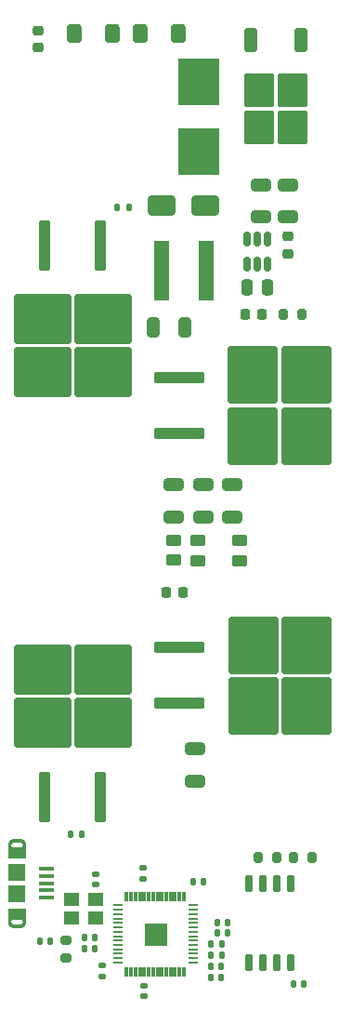
<source format=gtp>
G04 #@! TF.GenerationSoftware,KiCad,Pcbnew,8.0.5*
G04 #@! TF.CreationDate,2024-12-11T09:51:45-08:00*
G04 #@! TF.ProjectId,OpenPEMF_Final,4f70656e-5045-44d4-965f-46696e616c2e,rev?*
G04 #@! TF.SameCoordinates,Original*
G04 #@! TF.FileFunction,Paste,Top*
G04 #@! TF.FilePolarity,Positive*
%FSLAX46Y46*%
G04 Gerber Fmt 4.6, Leading zero omitted, Abs format (unit mm)*
G04 Created by KiCad (PCBNEW 8.0.5) date 2024-12-11 09:51:45*
%MOMM*%
%LPD*%
G01*
G04 APERTURE LIST*
G04 Aperture macros list*
%AMRoundRect*
0 Rectangle with rounded corners*
0 $1 Rounding radius*
0 $2 $3 $4 $5 $6 $7 $8 $9 X,Y pos of 4 corners*
0 Add a 4 corners polygon primitive as box body*
4,1,4,$2,$3,$4,$5,$6,$7,$8,$9,$2,$3,0*
0 Add four circle primitives for the rounded corners*
1,1,$1+$1,$2,$3*
1,1,$1+$1,$4,$5*
1,1,$1+$1,$6,$7*
1,1,$1+$1,$8,$9*
0 Add four rect primitives between the rounded corners*
20,1,$1+$1,$2,$3,$4,$5,0*
20,1,$1+$1,$4,$5,$6,$7,0*
20,1,$1+$1,$6,$7,$8,$9,0*
20,1,$1+$1,$8,$9,$2,$3,0*%
G04 Aperture macros list end*
%ADD10C,0.010000*%
%ADD11C,0.000100*%
%ADD12RoundRect,0.140000X0.140000X0.170000X-0.140000X0.170000X-0.140000X-0.170000X0.140000X-0.170000X0*%
%ADD13RoundRect,0.150000X-0.150000X0.650000X-0.150000X-0.650000X0.150000X-0.650000X0.150000X0.650000X0*%
%ADD14RoundRect,0.140000X-0.140000X-0.170000X0.140000X-0.170000X0.140000X0.170000X-0.140000X0.170000X0*%
%ADD15RoundRect,0.250000X0.250000X0.475000X-0.250000X0.475000X-0.250000X-0.475000X0.250000X-0.475000X0*%
%ADD16RoundRect,0.225000X-0.225000X-0.250000X0.225000X-0.250000X0.225000X0.250000X-0.225000X0.250000X0*%
%ADD17RoundRect,0.135000X0.135000X0.185000X-0.135000X0.185000X-0.135000X-0.185000X0.135000X-0.185000X0*%
%ADD18RoundRect,0.225000X-0.250000X0.225000X-0.250000X-0.225000X0.250000X-0.225000X0.250000X0.225000X0*%
%ADD19RoundRect,0.250000X-0.325000X-0.650000X0.325000X-0.650000X0.325000X0.650000X-0.325000X0.650000X0*%
%ADD20RoundRect,0.250000X0.300000X-2.050000X0.300000X2.050000X-0.300000X2.050000X-0.300000X-2.050000X0*%
%ADD21RoundRect,0.250000X2.375000X-2.025000X2.375000X2.025000X-2.375000X2.025000X-2.375000X-2.025000X0*%
%ADD22RoundRect,0.140000X-0.170000X0.140000X-0.170000X-0.140000X0.170000X-0.140000X0.170000X0.140000X0*%
%ADD23RoundRect,0.200000X-0.200000X-0.275000X0.200000X-0.275000X0.200000X0.275000X-0.200000X0.275000X0*%
%ADD24RoundRect,0.250000X-0.650000X0.325000X-0.650000X-0.325000X0.650000X-0.325000X0.650000X0.325000X0*%
%ADD25RoundRect,0.250000X0.650000X-0.325000X0.650000X0.325000X-0.650000X0.325000X-0.650000X-0.325000X0*%
%ADD26RoundRect,0.250000X0.400000X0.600000X-0.400000X0.600000X-0.400000X-0.600000X0.400000X-0.600000X0*%
%ADD27RoundRect,0.250000X-2.050000X-0.300000X2.050000X-0.300000X2.050000X0.300000X-2.050000X0.300000X0*%
%ADD28RoundRect,0.250000X-2.025000X-2.375000X2.025000X-2.375000X2.025000X2.375000X-2.025000X2.375000X0*%
%ADD29RoundRect,0.006000X-0.094000X0.414000X-0.094000X-0.414000X0.094000X-0.414000X0.094000X0.414000X0*%
%ADD30RoundRect,0.020000X-0.400000X0.080000X-0.400000X-0.080000X0.400000X-0.080000X0.400000X0.080000X0*%
%ADD31R,1.430000X5.500000*%
%ADD32RoundRect,0.200000X0.275000X-0.200000X0.275000X0.200000X-0.275000X0.200000X-0.275000X-0.200000X0*%
%ADD33R,1.350000X0.400000*%
%ADD34R,1.550000X1.500000*%
%ADD35RoundRect,0.135000X-0.135000X-0.185000X0.135000X-0.185000X0.135000X0.185000X-0.135000X0.185000X0*%
%ADD36RoundRect,0.250000X-0.300000X2.050000X-0.300000X-2.050000X0.300000X-2.050000X0.300000X2.050000X0*%
%ADD37RoundRect,0.250000X-2.375000X2.025000X-2.375000X-2.025000X2.375000X-2.025000X2.375000X2.025000X0*%
%ADD38RoundRect,0.250000X-0.450000X0.262500X-0.450000X-0.262500X0.450000X-0.262500X0.450000X0.262500X0*%
%ADD39RoundRect,0.140000X0.170000X-0.140000X0.170000X0.140000X-0.170000X0.140000X-0.170000X-0.140000X0*%
%ADD40R,1.400000X1.200000*%
%ADD41RoundRect,0.250000X-0.350000X0.850000X-0.350000X-0.850000X0.350000X-0.850000X0.350000X0.850000X0*%
%ADD42RoundRect,0.250000X-1.125000X1.275000X-1.125000X-1.275000X1.125000X-1.275000X1.125000X1.275000X0*%
%ADD43RoundRect,0.150000X0.150000X-0.512500X0.150000X0.512500X-0.150000X0.512500X-0.150000X-0.512500X0*%
%ADD44RoundRect,0.250000X1.000000X0.650000X-1.000000X0.650000X-1.000000X-0.650000X1.000000X-0.650000X0*%
%ADD45R,3.810000X4.240000*%
G04 APERTURE END LIST*
D10*
X119125000Y-137110000D02*
X117165000Y-137110000D01*
X117165000Y-135150000D01*
X119125000Y-135150000D01*
X119125000Y-137110000D01*
G36*
X119125000Y-137110000D02*
G01*
X117165000Y-137110000D01*
X117165000Y-135150000D01*
X119125000Y-135150000D01*
X119125000Y-137110000D01*
G37*
D11*
X104733700Y-135000400D02*
X104903700Y-135000400D01*
X106273700Y-128000400D02*
X106103700Y-128000400D01*
X106278700Y-135000400D02*
X106078700Y-135000400D01*
X106078700Y-134987400D01*
X106077700Y-134974400D01*
X106075700Y-134961400D01*
X106073700Y-134948400D01*
X106069700Y-134935400D01*
X106066700Y-134923400D01*
X106061700Y-134910400D01*
X106056700Y-134898400D01*
X106051700Y-134887400D01*
X106045700Y-134875400D01*
X106038700Y-134864400D01*
X106030700Y-134853400D01*
X106022700Y-134843400D01*
X106014700Y-134833400D01*
X106005700Y-134823400D01*
X105995700Y-134814400D01*
X105985700Y-134806400D01*
X105975700Y-134798400D01*
X105964700Y-134790400D01*
X105953700Y-134783400D01*
X105941700Y-134777400D01*
X105930700Y-134772400D01*
X105918700Y-134767400D01*
X105905700Y-134762400D01*
X105893700Y-134759400D01*
X105880700Y-134755400D01*
X105867700Y-134753400D01*
X105854700Y-134751400D01*
X105841700Y-134750400D01*
X105828700Y-134750400D01*
X105178700Y-134750400D01*
X105165700Y-134750400D01*
X105152700Y-134751400D01*
X105139700Y-134753400D01*
X105126700Y-134755400D01*
X105113700Y-134759400D01*
X105101700Y-134762400D01*
X105088700Y-134767400D01*
X105076700Y-134772400D01*
X105065700Y-134777400D01*
X105053700Y-134783400D01*
X105042700Y-134790400D01*
X105031700Y-134798400D01*
X105021700Y-134806400D01*
X105011700Y-134814400D01*
X105001700Y-134823400D01*
X104992700Y-134833400D01*
X104984700Y-134843400D01*
X104976700Y-134853400D01*
X104968700Y-134864400D01*
X104961700Y-134875400D01*
X104955700Y-134887400D01*
X104950700Y-134898400D01*
X104945700Y-134910400D01*
X104940700Y-134923400D01*
X104937700Y-134935400D01*
X104933700Y-134948400D01*
X104931700Y-134961400D01*
X104929700Y-134974400D01*
X104928700Y-134987400D01*
X104928700Y-135000400D01*
X104728700Y-135000400D01*
X104728700Y-133800400D01*
X106278700Y-133800400D01*
X106278700Y-135000400D01*
G36*
X106278700Y-135000400D02*
G01*
X106078700Y-135000400D01*
X106078700Y-134987400D01*
X106077700Y-134974400D01*
X106075700Y-134961400D01*
X106073700Y-134948400D01*
X106069700Y-134935400D01*
X106066700Y-134923400D01*
X106061700Y-134910400D01*
X106056700Y-134898400D01*
X106051700Y-134887400D01*
X106045700Y-134875400D01*
X106038700Y-134864400D01*
X106030700Y-134853400D01*
X106022700Y-134843400D01*
X106014700Y-134833400D01*
X106005700Y-134823400D01*
X105995700Y-134814400D01*
X105985700Y-134806400D01*
X105975700Y-134798400D01*
X105964700Y-134790400D01*
X105953700Y-134783400D01*
X105941700Y-134777400D01*
X105930700Y-134772400D01*
X105918700Y-134767400D01*
X105905700Y-134762400D01*
X105893700Y-134759400D01*
X105880700Y-134755400D01*
X105867700Y-134753400D01*
X105854700Y-134751400D01*
X105841700Y-134750400D01*
X105828700Y-134750400D01*
X105178700Y-134750400D01*
X105165700Y-134750400D01*
X105152700Y-134751400D01*
X105139700Y-134753400D01*
X105126700Y-134755400D01*
X105113700Y-134759400D01*
X105101700Y-134762400D01*
X105088700Y-134767400D01*
X105076700Y-134772400D01*
X105065700Y-134777400D01*
X105053700Y-134783400D01*
X105042700Y-134790400D01*
X105031700Y-134798400D01*
X105021700Y-134806400D01*
X105011700Y-134814400D01*
X105001700Y-134823400D01*
X104992700Y-134833400D01*
X104984700Y-134843400D01*
X104976700Y-134853400D01*
X104968700Y-134864400D01*
X104961700Y-134875400D01*
X104955700Y-134887400D01*
X104950700Y-134898400D01*
X104945700Y-134910400D01*
X104940700Y-134923400D01*
X104937700Y-134935400D01*
X104933700Y-134948400D01*
X104931700Y-134961400D01*
X104929700Y-134974400D01*
X104928700Y-134987400D01*
X104928700Y-135000400D01*
X104728700Y-135000400D01*
X104728700Y-133800400D01*
X106278700Y-133800400D01*
X106278700Y-135000400D01*
G37*
X104928700Y-128013400D02*
X104929700Y-128026400D01*
X104931700Y-128039400D01*
X104933700Y-128052400D01*
X104937700Y-128065400D01*
X104940700Y-128077400D01*
X104945700Y-128090400D01*
X104950700Y-128102400D01*
X104955700Y-128113400D01*
X104961700Y-128125400D01*
X104968700Y-128136400D01*
X104976700Y-128147400D01*
X104984700Y-128157400D01*
X104992700Y-128167400D01*
X105001700Y-128177400D01*
X105011700Y-128186400D01*
X105021700Y-128194400D01*
X105031700Y-128202400D01*
X105042700Y-128210400D01*
X105053700Y-128217400D01*
X105065700Y-128223400D01*
X105076700Y-128228400D01*
X105088700Y-128233400D01*
X105101700Y-128238400D01*
X105113700Y-128241400D01*
X105126700Y-128245400D01*
X105139700Y-128247400D01*
X105152700Y-128249400D01*
X105165700Y-128250400D01*
X105178700Y-128250400D01*
X105828700Y-128250400D01*
X105841700Y-128250400D01*
X105854700Y-128249400D01*
X105867700Y-128247400D01*
X105880700Y-128245400D01*
X105893700Y-128241400D01*
X105905700Y-128238400D01*
X105918700Y-128233400D01*
X105930700Y-128228400D01*
X105941700Y-128223400D01*
X105953700Y-128217400D01*
X105964700Y-128210400D01*
X105975700Y-128202400D01*
X105985700Y-128194400D01*
X105995700Y-128186400D01*
X106005700Y-128177400D01*
X106014700Y-128167400D01*
X106022700Y-128157400D01*
X106030700Y-128147400D01*
X106038700Y-128136400D01*
X106045700Y-128125400D01*
X106051700Y-128113400D01*
X106056700Y-128102400D01*
X106061700Y-128090400D01*
X106066700Y-128077400D01*
X106069700Y-128065400D01*
X106073700Y-128052400D01*
X106075700Y-128039400D01*
X106077700Y-128026400D01*
X106078700Y-128013400D01*
X106078700Y-128000400D01*
X106278700Y-128000400D01*
X106278700Y-129200400D01*
X104728700Y-129200400D01*
X104728700Y-128000400D01*
X104928700Y-128000400D01*
X104928700Y-128013400D01*
G36*
X104928700Y-128013400D02*
G01*
X104929700Y-128026400D01*
X104931700Y-128039400D01*
X104933700Y-128052400D01*
X104937700Y-128065400D01*
X104940700Y-128077400D01*
X104945700Y-128090400D01*
X104950700Y-128102400D01*
X104955700Y-128113400D01*
X104961700Y-128125400D01*
X104968700Y-128136400D01*
X104976700Y-128147400D01*
X104984700Y-128157400D01*
X104992700Y-128167400D01*
X105001700Y-128177400D01*
X105011700Y-128186400D01*
X105021700Y-128194400D01*
X105031700Y-128202400D01*
X105042700Y-128210400D01*
X105053700Y-128217400D01*
X105065700Y-128223400D01*
X105076700Y-128228400D01*
X105088700Y-128233400D01*
X105101700Y-128238400D01*
X105113700Y-128241400D01*
X105126700Y-128245400D01*
X105139700Y-128247400D01*
X105152700Y-128249400D01*
X105165700Y-128250400D01*
X105178700Y-128250400D01*
X105828700Y-128250400D01*
X105841700Y-128250400D01*
X105854700Y-128249400D01*
X105867700Y-128247400D01*
X105880700Y-128245400D01*
X105893700Y-128241400D01*
X105905700Y-128238400D01*
X105918700Y-128233400D01*
X105930700Y-128228400D01*
X105941700Y-128223400D01*
X105953700Y-128217400D01*
X105964700Y-128210400D01*
X105975700Y-128202400D01*
X105985700Y-128194400D01*
X105995700Y-128186400D01*
X106005700Y-128177400D01*
X106014700Y-128167400D01*
X106022700Y-128157400D01*
X106030700Y-128147400D01*
X106038700Y-128136400D01*
X106045700Y-128125400D01*
X106051700Y-128113400D01*
X106056700Y-128102400D01*
X106061700Y-128090400D01*
X106066700Y-128077400D01*
X106069700Y-128065400D01*
X106073700Y-128052400D01*
X106075700Y-128039400D01*
X106077700Y-128026400D01*
X106078700Y-128013400D01*
X106078700Y-128000400D01*
X106278700Y-128000400D01*
X106278700Y-129200400D01*
X104728700Y-129200400D01*
X104728700Y-128000400D01*
X104928700Y-128000400D01*
X104928700Y-128013400D01*
G37*
X104928700Y-135013400D02*
X104929700Y-135026400D01*
X104931700Y-135039400D01*
X104933700Y-135052400D01*
X104937700Y-135065400D01*
X104940700Y-135077400D01*
X104945700Y-135090400D01*
X104950700Y-135102400D01*
X104955700Y-135113400D01*
X104961700Y-135125400D01*
X104968700Y-135136400D01*
X104976700Y-135147400D01*
X104984700Y-135157400D01*
X104992700Y-135167400D01*
X105001700Y-135177400D01*
X105011700Y-135186400D01*
X105021700Y-135194400D01*
X105031700Y-135202400D01*
X105042700Y-135210400D01*
X105053700Y-135217400D01*
X105065700Y-135223400D01*
X105076700Y-135228400D01*
X105088700Y-135233400D01*
X105101700Y-135238400D01*
X105113700Y-135241400D01*
X105126700Y-135245400D01*
X105139700Y-135247400D01*
X105152700Y-135249400D01*
X105165700Y-135250400D01*
X105178700Y-135250400D01*
X105828700Y-135250400D01*
X105841700Y-135250400D01*
X105854700Y-135249400D01*
X105867700Y-135247400D01*
X105880700Y-135245400D01*
X105893700Y-135241400D01*
X105905700Y-135238400D01*
X105918700Y-135233400D01*
X105930700Y-135228400D01*
X105941700Y-135223400D01*
X105953700Y-135217400D01*
X105964700Y-135210400D01*
X105975700Y-135202400D01*
X105985700Y-135194400D01*
X105995700Y-135186400D01*
X106005700Y-135177400D01*
X106014700Y-135167400D01*
X106022700Y-135157400D01*
X106030700Y-135147400D01*
X106038700Y-135136400D01*
X106045700Y-135125400D01*
X106051700Y-135113400D01*
X106056700Y-135102400D01*
X106061700Y-135090400D01*
X106066700Y-135077400D01*
X106069700Y-135065400D01*
X106073700Y-135052400D01*
X106075700Y-135039400D01*
X106077700Y-135026400D01*
X106078700Y-135013400D01*
X106078700Y-135000400D01*
X106278700Y-135000400D01*
X106277700Y-135026400D01*
X106275700Y-135052400D01*
X106272700Y-135078400D01*
X106267700Y-135104400D01*
X106261700Y-135129400D01*
X106254700Y-135155400D01*
X106245700Y-135179400D01*
X106235700Y-135203400D01*
X106224700Y-135227400D01*
X106211700Y-135250400D01*
X106197700Y-135272400D01*
X106183700Y-135294400D01*
X106167700Y-135315400D01*
X106150700Y-135335400D01*
X106132700Y-135354400D01*
X106113700Y-135372400D01*
X106093700Y-135389400D01*
X106072700Y-135405400D01*
X106050700Y-135419400D01*
X106028700Y-135433400D01*
X106005700Y-135446400D01*
X105981700Y-135457400D01*
X105957700Y-135467400D01*
X105933700Y-135476400D01*
X105907700Y-135483400D01*
X105882700Y-135489400D01*
X105856700Y-135494400D01*
X105830700Y-135497400D01*
X105804700Y-135499400D01*
X105778700Y-135500400D01*
X105228700Y-135500400D01*
X105202700Y-135499400D01*
X105176700Y-135497400D01*
X105150700Y-135494400D01*
X105124700Y-135489400D01*
X105099700Y-135483400D01*
X105073700Y-135476400D01*
X105049700Y-135467400D01*
X105025700Y-135457400D01*
X105001700Y-135446400D01*
X104978700Y-135433400D01*
X104956700Y-135419400D01*
X104934700Y-135405400D01*
X104913700Y-135389400D01*
X104893700Y-135372400D01*
X104874700Y-135354400D01*
X104856700Y-135335400D01*
X104839700Y-135315400D01*
X104823700Y-135294400D01*
X104809700Y-135272400D01*
X104795700Y-135250400D01*
X104782700Y-135227400D01*
X104771700Y-135203400D01*
X104761700Y-135179400D01*
X104752700Y-135155400D01*
X104745700Y-135129400D01*
X104739700Y-135104400D01*
X104734700Y-135078400D01*
X104731700Y-135052400D01*
X104729700Y-135026400D01*
X104728700Y-135000400D01*
X104928700Y-135000400D01*
X104928700Y-135013400D01*
G36*
X104928700Y-135013400D02*
G01*
X104929700Y-135026400D01*
X104931700Y-135039400D01*
X104933700Y-135052400D01*
X104937700Y-135065400D01*
X104940700Y-135077400D01*
X104945700Y-135090400D01*
X104950700Y-135102400D01*
X104955700Y-135113400D01*
X104961700Y-135125400D01*
X104968700Y-135136400D01*
X104976700Y-135147400D01*
X104984700Y-135157400D01*
X104992700Y-135167400D01*
X105001700Y-135177400D01*
X105011700Y-135186400D01*
X105021700Y-135194400D01*
X105031700Y-135202400D01*
X105042700Y-135210400D01*
X105053700Y-135217400D01*
X105065700Y-135223400D01*
X105076700Y-135228400D01*
X105088700Y-135233400D01*
X105101700Y-135238400D01*
X105113700Y-135241400D01*
X105126700Y-135245400D01*
X105139700Y-135247400D01*
X105152700Y-135249400D01*
X105165700Y-135250400D01*
X105178700Y-135250400D01*
X105828700Y-135250400D01*
X105841700Y-135250400D01*
X105854700Y-135249400D01*
X105867700Y-135247400D01*
X105880700Y-135245400D01*
X105893700Y-135241400D01*
X105905700Y-135238400D01*
X105918700Y-135233400D01*
X105930700Y-135228400D01*
X105941700Y-135223400D01*
X105953700Y-135217400D01*
X105964700Y-135210400D01*
X105975700Y-135202400D01*
X105985700Y-135194400D01*
X105995700Y-135186400D01*
X106005700Y-135177400D01*
X106014700Y-135167400D01*
X106022700Y-135157400D01*
X106030700Y-135147400D01*
X106038700Y-135136400D01*
X106045700Y-135125400D01*
X106051700Y-135113400D01*
X106056700Y-135102400D01*
X106061700Y-135090400D01*
X106066700Y-135077400D01*
X106069700Y-135065400D01*
X106073700Y-135052400D01*
X106075700Y-135039400D01*
X106077700Y-135026400D01*
X106078700Y-135013400D01*
X106078700Y-135000400D01*
X106278700Y-135000400D01*
X106277700Y-135026400D01*
X106275700Y-135052400D01*
X106272700Y-135078400D01*
X106267700Y-135104400D01*
X106261700Y-135129400D01*
X106254700Y-135155400D01*
X106245700Y-135179400D01*
X106235700Y-135203400D01*
X106224700Y-135227400D01*
X106211700Y-135250400D01*
X106197700Y-135272400D01*
X106183700Y-135294400D01*
X106167700Y-135315400D01*
X106150700Y-135335400D01*
X106132700Y-135354400D01*
X106113700Y-135372400D01*
X106093700Y-135389400D01*
X106072700Y-135405400D01*
X106050700Y-135419400D01*
X106028700Y-135433400D01*
X106005700Y-135446400D01*
X105981700Y-135457400D01*
X105957700Y-135467400D01*
X105933700Y-135476400D01*
X105907700Y-135483400D01*
X105882700Y-135489400D01*
X105856700Y-135494400D01*
X105830700Y-135497400D01*
X105804700Y-135499400D01*
X105778700Y-135500400D01*
X105228700Y-135500400D01*
X105202700Y-135499400D01*
X105176700Y-135497400D01*
X105150700Y-135494400D01*
X105124700Y-135489400D01*
X105099700Y-135483400D01*
X105073700Y-135476400D01*
X105049700Y-135467400D01*
X105025700Y-135457400D01*
X105001700Y-135446400D01*
X104978700Y-135433400D01*
X104956700Y-135419400D01*
X104934700Y-135405400D01*
X104913700Y-135389400D01*
X104893700Y-135372400D01*
X104874700Y-135354400D01*
X104856700Y-135335400D01*
X104839700Y-135315400D01*
X104823700Y-135294400D01*
X104809700Y-135272400D01*
X104795700Y-135250400D01*
X104782700Y-135227400D01*
X104771700Y-135203400D01*
X104761700Y-135179400D01*
X104752700Y-135155400D01*
X104745700Y-135129400D01*
X104739700Y-135104400D01*
X104734700Y-135078400D01*
X104731700Y-135052400D01*
X104729700Y-135026400D01*
X104728700Y-135000400D01*
X104928700Y-135000400D01*
X104928700Y-135013400D01*
G37*
X105804700Y-127501400D02*
X105830700Y-127503400D01*
X105856700Y-127506400D01*
X105882700Y-127511400D01*
X105907700Y-127517400D01*
X105933700Y-127524400D01*
X105957700Y-127533400D01*
X105981700Y-127543400D01*
X106005700Y-127554400D01*
X106028700Y-127567400D01*
X106050700Y-127581400D01*
X106072700Y-127595400D01*
X106093700Y-127611400D01*
X106113700Y-127628400D01*
X106132700Y-127646400D01*
X106150700Y-127665400D01*
X106167700Y-127685400D01*
X106183700Y-127706400D01*
X106197700Y-127728400D01*
X106211700Y-127750400D01*
X106224700Y-127773400D01*
X106235700Y-127797400D01*
X106245700Y-127821400D01*
X106254700Y-127845400D01*
X106261700Y-127871400D01*
X106267700Y-127896400D01*
X106272700Y-127922400D01*
X106275700Y-127948400D01*
X106277700Y-127974400D01*
X106278700Y-128000400D01*
X106078700Y-128000400D01*
X106078700Y-127987400D01*
X106077700Y-127974400D01*
X106075700Y-127961400D01*
X106073700Y-127948400D01*
X106069700Y-127935400D01*
X106066700Y-127923400D01*
X106061700Y-127910400D01*
X106056700Y-127898400D01*
X106051700Y-127887400D01*
X106045700Y-127875400D01*
X106038700Y-127864400D01*
X106030700Y-127853400D01*
X106022700Y-127843400D01*
X106014700Y-127833400D01*
X106005700Y-127823400D01*
X105995700Y-127814400D01*
X105985700Y-127806400D01*
X105975700Y-127798400D01*
X105964700Y-127790400D01*
X105953700Y-127783400D01*
X105941700Y-127777400D01*
X105930700Y-127772400D01*
X105918700Y-127767400D01*
X105905700Y-127762400D01*
X105893700Y-127759400D01*
X105880700Y-127755400D01*
X105867700Y-127753400D01*
X105854700Y-127751400D01*
X105841700Y-127750400D01*
X105828700Y-127750400D01*
X105178700Y-127750400D01*
X105165700Y-127750400D01*
X105152700Y-127751400D01*
X105139700Y-127753400D01*
X105126700Y-127755400D01*
X105113700Y-127759400D01*
X105101700Y-127762400D01*
X105088700Y-127767400D01*
X105076700Y-127772400D01*
X105065700Y-127777400D01*
X105053700Y-127783400D01*
X105042700Y-127790400D01*
X105031700Y-127798400D01*
X105021700Y-127806400D01*
X105011700Y-127814400D01*
X105001700Y-127823400D01*
X104992700Y-127833400D01*
X104984700Y-127843400D01*
X104976700Y-127853400D01*
X104968700Y-127864400D01*
X104961700Y-127875400D01*
X104955700Y-127887400D01*
X104950700Y-127898400D01*
X104945700Y-127910400D01*
X104940700Y-127923400D01*
X104937700Y-127935400D01*
X104933700Y-127948400D01*
X104931700Y-127961400D01*
X104929700Y-127974400D01*
X104928700Y-127987400D01*
X104928700Y-128000400D01*
X104728700Y-128000400D01*
X104729700Y-127974400D01*
X104731700Y-127948400D01*
X104734700Y-127922400D01*
X104739700Y-127896400D01*
X104745700Y-127871400D01*
X104752700Y-127845400D01*
X104761700Y-127821400D01*
X104771700Y-127797400D01*
X104782700Y-127773400D01*
X104795700Y-127750400D01*
X104809700Y-127728400D01*
X104823700Y-127706400D01*
X104839700Y-127685400D01*
X104856700Y-127665400D01*
X104874700Y-127646400D01*
X104893700Y-127628400D01*
X104913700Y-127611400D01*
X104934700Y-127595400D01*
X104956700Y-127581400D01*
X104978700Y-127567400D01*
X105001700Y-127554400D01*
X105025700Y-127543400D01*
X105049700Y-127533400D01*
X105073700Y-127524400D01*
X105099700Y-127517400D01*
X105124700Y-127511400D01*
X105150700Y-127506400D01*
X105176700Y-127503400D01*
X105202700Y-127501400D01*
X105228700Y-127500400D01*
X105778700Y-127500400D01*
X105804700Y-127501400D01*
G36*
X105804700Y-127501400D02*
G01*
X105830700Y-127503400D01*
X105856700Y-127506400D01*
X105882700Y-127511400D01*
X105907700Y-127517400D01*
X105933700Y-127524400D01*
X105957700Y-127533400D01*
X105981700Y-127543400D01*
X106005700Y-127554400D01*
X106028700Y-127567400D01*
X106050700Y-127581400D01*
X106072700Y-127595400D01*
X106093700Y-127611400D01*
X106113700Y-127628400D01*
X106132700Y-127646400D01*
X106150700Y-127665400D01*
X106167700Y-127685400D01*
X106183700Y-127706400D01*
X106197700Y-127728400D01*
X106211700Y-127750400D01*
X106224700Y-127773400D01*
X106235700Y-127797400D01*
X106245700Y-127821400D01*
X106254700Y-127845400D01*
X106261700Y-127871400D01*
X106267700Y-127896400D01*
X106272700Y-127922400D01*
X106275700Y-127948400D01*
X106277700Y-127974400D01*
X106278700Y-128000400D01*
X106078700Y-128000400D01*
X106078700Y-127987400D01*
X106077700Y-127974400D01*
X106075700Y-127961400D01*
X106073700Y-127948400D01*
X106069700Y-127935400D01*
X106066700Y-127923400D01*
X106061700Y-127910400D01*
X106056700Y-127898400D01*
X106051700Y-127887400D01*
X106045700Y-127875400D01*
X106038700Y-127864400D01*
X106030700Y-127853400D01*
X106022700Y-127843400D01*
X106014700Y-127833400D01*
X106005700Y-127823400D01*
X105995700Y-127814400D01*
X105985700Y-127806400D01*
X105975700Y-127798400D01*
X105964700Y-127790400D01*
X105953700Y-127783400D01*
X105941700Y-127777400D01*
X105930700Y-127772400D01*
X105918700Y-127767400D01*
X105905700Y-127762400D01*
X105893700Y-127759400D01*
X105880700Y-127755400D01*
X105867700Y-127753400D01*
X105854700Y-127751400D01*
X105841700Y-127750400D01*
X105828700Y-127750400D01*
X105178700Y-127750400D01*
X105165700Y-127750400D01*
X105152700Y-127751400D01*
X105139700Y-127753400D01*
X105126700Y-127755400D01*
X105113700Y-127759400D01*
X105101700Y-127762400D01*
X105088700Y-127767400D01*
X105076700Y-127772400D01*
X105065700Y-127777400D01*
X105053700Y-127783400D01*
X105042700Y-127790400D01*
X105031700Y-127798400D01*
X105021700Y-127806400D01*
X105011700Y-127814400D01*
X105001700Y-127823400D01*
X104992700Y-127833400D01*
X104984700Y-127843400D01*
X104976700Y-127853400D01*
X104968700Y-127864400D01*
X104961700Y-127875400D01*
X104955700Y-127887400D01*
X104950700Y-127898400D01*
X104945700Y-127910400D01*
X104940700Y-127923400D01*
X104937700Y-127935400D01*
X104933700Y-127948400D01*
X104931700Y-127961400D01*
X104929700Y-127974400D01*
X104928700Y-127987400D01*
X104928700Y-128000400D01*
X104728700Y-128000400D01*
X104729700Y-127974400D01*
X104731700Y-127948400D01*
X104734700Y-127922400D01*
X104739700Y-127896400D01*
X104745700Y-127871400D01*
X104752700Y-127845400D01*
X104761700Y-127821400D01*
X104771700Y-127797400D01*
X104782700Y-127773400D01*
X104795700Y-127750400D01*
X104809700Y-127728400D01*
X104823700Y-127706400D01*
X104839700Y-127685400D01*
X104856700Y-127665400D01*
X104874700Y-127646400D01*
X104893700Y-127628400D01*
X104913700Y-127611400D01*
X104934700Y-127595400D01*
X104956700Y-127581400D01*
X104978700Y-127567400D01*
X105001700Y-127554400D01*
X105025700Y-127543400D01*
X105049700Y-127533400D01*
X105073700Y-127524400D01*
X105099700Y-127517400D01*
X105124700Y-127511400D01*
X105150700Y-127506400D01*
X105176700Y-127503400D01*
X105202700Y-127501400D01*
X105228700Y-127500400D01*
X105778700Y-127500400D01*
X105804700Y-127501400D01*
G37*
D12*
X124765000Y-136065000D03*
X123805000Y-136065000D03*
D13*
X130490000Y-131565000D03*
X129220000Y-131565000D03*
X127950000Y-131565000D03*
X126680000Y-131565000D03*
X126680000Y-138765000D03*
X127950000Y-138765000D03*
X129220000Y-138765000D03*
X130490000Y-138765000D03*
D14*
X111655000Y-137465000D03*
X112615000Y-137465000D03*
D15*
X128400000Y-77300000D03*
X126500000Y-77300000D03*
D16*
X126325000Y-79700000D03*
X127875000Y-79700000D03*
D17*
X111460000Y-127050000D03*
X110440000Y-127050000D03*
D18*
X107500000Y-53882500D03*
X107500000Y-55432500D03*
D17*
X124195000Y-138065000D03*
X123175000Y-138065000D03*
D19*
X117925000Y-80900000D03*
X120875000Y-80900000D03*
D17*
X124195000Y-137065000D03*
X123175000Y-137065000D03*
D20*
X108085000Y-123625000D03*
D21*
X107850000Y-116900000D03*
X113400000Y-116900000D03*
X107850000Y-112050000D03*
X113400000Y-112050000D03*
D20*
X113165000Y-123625000D03*
D22*
X117085000Y-140865000D03*
X117085000Y-141825000D03*
D23*
X130760000Y-129165000D03*
X132410000Y-129165000D03*
D24*
X122500000Y-95225000D03*
X122500000Y-98175000D03*
D25*
X130250000Y-70875000D03*
X130250000Y-67925000D03*
D26*
X114250000Y-54157500D03*
X110750000Y-54157500D03*
D18*
X130250000Y-72650000D03*
X130250000Y-74200000D03*
D26*
X120250000Y-54157500D03*
X116750000Y-54157500D03*
D12*
X122545000Y-131365000D03*
X121585000Y-131365000D03*
D27*
X120350000Y-110060000D03*
D28*
X127075000Y-109825000D03*
X127075000Y-115375000D03*
X131925000Y-109825000D03*
X131925000Y-115375000D03*
D27*
X120350000Y-115140000D03*
D24*
X121800000Y-119275000D03*
X121800000Y-122225000D03*
D12*
X131665000Y-140715000D03*
X130705000Y-140715000D03*
D24*
X119850000Y-95250000D03*
X119850000Y-98200000D03*
X125200000Y-95250000D03*
X125200000Y-98200000D03*
D12*
X124165000Y-139065000D03*
X123205000Y-139065000D03*
D29*
X120745000Y-132695000D03*
X120345000Y-132695000D03*
X119945000Y-132695000D03*
X119545000Y-132695000D03*
X119145000Y-132695000D03*
X118745000Y-132695000D03*
X118345000Y-132695000D03*
X117945000Y-132695000D03*
X117545000Y-132695000D03*
X117145000Y-132695000D03*
X116745000Y-132695000D03*
X116345000Y-132695000D03*
X115945000Y-132695000D03*
X115545000Y-132695000D03*
D30*
X114710000Y-133530000D03*
X114710000Y-133930000D03*
X114710000Y-134330000D03*
X114710000Y-134730000D03*
X114710000Y-135130000D03*
X114710000Y-135530000D03*
X114710000Y-135930000D03*
X114710000Y-136330000D03*
X114710000Y-136730000D03*
X114710000Y-137130000D03*
X114710000Y-137530000D03*
X114710000Y-137930000D03*
X114710000Y-138330000D03*
X114710000Y-138730000D03*
D29*
X115545000Y-139565000D03*
X115945000Y-139565000D03*
X116345000Y-139565000D03*
X116745000Y-139565000D03*
X117145000Y-139565000D03*
X117545000Y-139565000D03*
X117945000Y-139565000D03*
X118345000Y-139565000D03*
X118745000Y-139565000D03*
X119145000Y-139565000D03*
X119545000Y-139565000D03*
X119945000Y-139565000D03*
X120345000Y-139565000D03*
X120745000Y-139565000D03*
D30*
X121580000Y-138730000D03*
X121580000Y-138330000D03*
X121580000Y-137930000D03*
X121580000Y-137530000D03*
X121580000Y-137130000D03*
X121580000Y-136730000D03*
X121580000Y-136330000D03*
X121580000Y-135930000D03*
X121580000Y-135530000D03*
X121580000Y-135130000D03*
X121580000Y-134730000D03*
X121580000Y-134330000D03*
X121580000Y-133930000D03*
X121580000Y-133530000D03*
D31*
X122745000Y-75750000D03*
X118705000Y-75750000D03*
D32*
X110000000Y-138325000D03*
X110000000Y-136675000D03*
D33*
X108203700Y-130200400D03*
X108203700Y-130850400D03*
X108203700Y-131500400D03*
X108203700Y-132150400D03*
X108203700Y-132800400D03*
D34*
X105503700Y-130500400D03*
X105503700Y-132500400D03*
D35*
X114700000Y-69950000D03*
X115720000Y-69950000D03*
D36*
X113165000Y-73425000D03*
D37*
X113400000Y-80150000D03*
X107850000Y-80150000D03*
X113400000Y-85000000D03*
X107850000Y-85000000D03*
D36*
X108085000Y-73425000D03*
D38*
X125800000Y-100300000D03*
X125800000Y-102125000D03*
D23*
X129825000Y-79700000D03*
X131475000Y-79700000D03*
D39*
X113300000Y-139980000D03*
X113300000Y-139020000D03*
D27*
X120325000Y-85485000D03*
D28*
X127050000Y-85250000D03*
X127050000Y-90800000D03*
X131900000Y-85250000D03*
X131900000Y-90800000D03*
D27*
X120325000Y-90565000D03*
D25*
X127750000Y-70875000D03*
X127750000Y-67925000D03*
D40*
X110485000Y-134715000D03*
X112685000Y-134715000D03*
X112685000Y-133015000D03*
X110485000Y-133015000D03*
D41*
X131405000Y-54725000D03*
D42*
X130650000Y-59350000D03*
X127600000Y-59350000D03*
X130650000Y-62700000D03*
X127600000Y-62700000D03*
D41*
X126845000Y-54725000D03*
D16*
X119125000Y-105000000D03*
X120675000Y-105000000D03*
D38*
X122000000Y-100300000D03*
X122000000Y-102125000D03*
D43*
X126500000Y-75137500D03*
X127450000Y-75137500D03*
X128400000Y-75137500D03*
X128400000Y-72862500D03*
X127450000Y-72862500D03*
X126500000Y-72862500D03*
D14*
X123805000Y-135065000D03*
X124765000Y-135065000D03*
D44*
X122725000Y-69850000D03*
X118725000Y-69850000D03*
D38*
X119800000Y-100287500D03*
X119800000Y-102112500D03*
D39*
X112700000Y-131660000D03*
X112700000Y-130700000D03*
D23*
X127560000Y-129165000D03*
X129210000Y-129165000D03*
D14*
X111655000Y-136465000D03*
X112615000Y-136465000D03*
D45*
X122100000Y-64935000D03*
X122100000Y-58565000D03*
D39*
X117000000Y-131095000D03*
X117000000Y-130135000D03*
D12*
X108560000Y-136800000D03*
X107600000Y-136800000D03*
D14*
X123205000Y-140065000D03*
X124165000Y-140065000D03*
M02*

</source>
